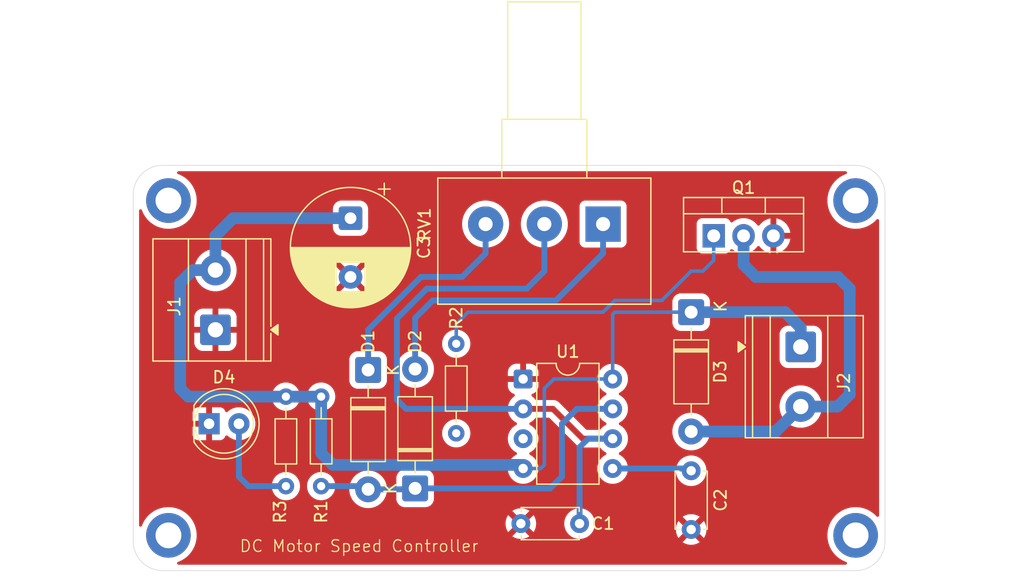
<source format=kicad_pcb>
(kicad_pcb (version 20241229) (generator "pcbnew") (generator_version "9.0")
  (layers (0 "F.Cu" signal) (2 "B.Cu" signal) (13 "F.Paste" user) (15 "B.Paste" user) (5 "F.SilkS" user "F.Silkscreen") (7 "B.SilkS" user "B.Silkscreen") (1 "F.Mask" user) (3 "B.Mask" user) (25 "Edge.Cuts" user))
  (net 0 "")
  (net 1 "Net-(U1-THRES)")
  (net 2 "GND")
  (net 3 "Net-(U1-CONT)")
  (net 4 "Net-(D3-K)")
  (net 5 "Net-(D1-A)")
  (net 6 "Net-(D1-K)")
  (net 7 "Net-(D2-A)")
  (net 8 "Net-(D3-A)")
  (net 9 "Net-(D4-A)")
  (net 10 "Net-(Q1-B)")
  (net 11 "Net-(U1-OUT)")
  (footprint "MountingHole:MountingHole_2.2mm_M2_DIN965_Pad" (layer "F.Cu") (at 169.5 114)
    (property "Reference" "REF**" (hide yes))
    (property "Value" "MountingHole_2.2mm_M2_DIN965_Pad")
    (pad "1" thru_hole circle (at 0 0) (size 3.8 3.8) (drill 2.2) (layers "*.Cu" "*.Mask"))
  )
  (footprint "Resistor_THT:R_Axial_DIN0204_L3.6mm_D1.6mm_P7.62mm_Horizontal" (layer "F.Cu") (at 124 102.19 -90)
    (property "Reference" "R1" (at 9.81 0 90) (layer "F.SilkS"))
    (property "Value" "1k")
    (fp_line (start 0.94 0) (end 1.89 0) (stroke (width 0.12)) (layer "F.SilkS"))
    (fp_line (start 6.68 0) (end 5.73 0) (stroke (width 0.12)) (layer "F.SilkS"))
    (fp_rect (start 1.89 -0.92) (end 5.73 0.92) (stroke (width 0.12)) (fill no) (layer "F.SilkS"))
    (pad "1" thru_hole circle (at 0 0 270) (size 1.4 1.4) (drill 0.7) (layers "*.Cu" "*.Mask") (net 4 "Net-(D3-K)"))
    (pad "2" thru_hole circle (at 7.62 0 270) (size 1.4 1.4) (drill 0.7) (layers "*.Cu" "*.Mask") (net 5 "Net-(D1-A)"))
  )
  (footprint "MountingHole:MountingHole_2.2mm_M2_DIN965_Pad" (layer "F.Cu") (at 111 85.5)
    (property "Reference" "REF**" (hide yes))
    (property "Value" "MountingHole_2.2mm_M2_DIN965_Pad")
    (pad "1" thru_hole circle (at 0 0) (size 3.8 3.8) (drill 2.2) (layers "*.Cu" "*.Mask"))
  )
  (footprint "Resistor_THT:R_Axial_DIN0204_L3.6mm_D1.6mm_P7.62mm_Horizontal" (layer "F.Cu") (at 121 102.19 -90)
    (property "Reference" "R3" (at 9.81 0.5 90) (layer "F.SilkS"))
    (property "Value" "2.2k")
    (fp_line (start 0.94 0) (end 1.89 0) (stroke (width 0.12)) (layer "F.SilkS"))
    (fp_line (start 6.68 0) (end 5.73 0) (stroke (width 0.12)) (layer "F.SilkS"))
    (fp_rect (start 1.89 -0.92) (end 5.73 0.92) (stroke (width 0.12)) (fill no) (layer "F.SilkS"))
    (pad "1" thru_hole circle (at 0 0 270) (size 1.4 1.4) (drill 0.7) (layers "*.Cu" "*.Mask") (net 4 "Net-(D3-K)"))
    (pad "2" thru_hole circle (at 7.62 0 270) (size 1.4 1.4) (drill 0.7) (layers "*.Cu" "*.Mask") (net 9 "Net-(D4-A)"))
  )
  (footprint "MountingHole:MountingHole_2.2mm_M2_DIN965_Pad" (layer "F.Cu") (at 111 114)
    (property "Reference" "REF**" (hide yes))
    (property "Value" "MountingHole_2.2mm_M2_DIN965_Pad")
    (pad "1" thru_hole circle (at 0 0) (size 3.8 3.8) (drill 2.2) (layers "*.Cu" "*.Mask"))
  )
  (footprint "Potentiometer_THT:Potentiometer_Alps_RK163_Single_Horizontal" (layer "F.Cu") (at 148 87.5 -90)
    (property "Reference" "RV1" (at 0 15.2 90) (layer "F.SilkS"))
    (property "Value" "100k")
    (fp_line (start -3.92 14.07) (end -3.92 -4.07) (stroke (width 0.12)) (layer "F.SilkS"))
    (fp_line (start 6.82 14.07) (end -3.92 14.07) (stroke (width 0.12)) (layer "F.SilkS"))
    (fp_line (start 6.82 14.07) (end 6.82 -4.07) (stroke (width 0.12)) (layer "F.SilkS"))
    (fp_line (start -8.92 8.62) (end -8.92 1.38) (stroke (width 0.12)) (layer "F.SilkS"))
    (fp_line (start -3.92 8.62) (end -8.92 8.62) (stroke (width 0.12)) (layer "F.SilkS"))
    (fp_line (start -18.92 8.12) (end -18.92 1.88) (stroke (width 0.12)) (layer "F.SilkS"))
    (fp_line (start -8.92 8.12) (end -18.92 8.12) (stroke (width 0.12)) (layer "F.SilkS"))
    (fp_line (start -8.92 1.88) (end -18.92 1.88) (stroke (width 0.12)) (layer "F.SilkS"))
    (fp_line (start -3.92 1.38) (end -8.92 1.38) (stroke (width 0.12)) (layer "F.SilkS"))
    (fp_line (start 6.82 -4.07) (end -3.92 -4.07) (stroke (width 0.12)) (layer "F.SilkS"))
    (pad "1" thru_hole rect (at 0 0 90) (size 3 3) (drill 1.2) (layers "*.Cu" "*.Mask") (net 7 "Net-(D2-A)"))
    (pad "2" thru_hole circle (at 0 5 90) (size 3 3) (drill 1.2) (layers "*.Cu" "*.Mask") (net 1 "Net-(U1-THRES)"))
    (pad "3" thru_hole circle (at 0 10 90) (size 3 3) (drill 1.2) (layers "*.Cu" "*.Mask") (net 6 "Net-(D1-K)"))
  )
  (footprint "Diode_THT:D_DO-41_SOD81_P10.16mm_Horizontal" (layer "F.Cu") (at 155.5 95 -90)
    (property "Reference" "D3" (at 5.08 -2.47 90) (layer "F.SilkS"))
    (property "Value" "1N4007")
    (fp_line (start 1.34 0) (end 2.36 0) (stroke (width 0.12)) (layer "F.SilkS"))
    (fp_line (start 8.82 0) (end 7.8 0) (stroke (width 0.12)) (layer "F.SilkS"))
    (fp_line (start 3.14 -1.47) (end 3.14 1.47) (stroke (width 0.12)) (layer "F.SilkS"))
    (fp_line (start 3.26 -1.47) (end 3.26 1.47) (stroke (width 0.12)) (layer "F.SilkS"))
    (fp_line (start 3.38 -1.47) (end 3.38 1.47) (stroke (width 0.12)) (layer "F.SilkS"))
    (fp_rect (start 2.36 -1.47) (end 7.8 1.47) (stroke (width 0.12)) (fill no) (layer "F.SilkS"))
    (fp_text user "K" (at -0.5 -2.5 90) (layer "F.SilkS"))
    (pad "1" thru_hole roundrect (at 0 0 270) (size 2.2 2.2) (drill 1.1) (layers "*.Cu" "*.Mask") (roundrect_rratio 0.113636) (net 4 "Net-(D3-K)"))
    (pad "2" thru_hole circle (at 10.16 0 270) (size 2.2 2.2) (drill 1.1) (layers "*.Cu" "*.Mask") (net 8 "Net-(D3-A)"))
  )
  (footprint "TerminalBlock_Phoenix:TerminalBlock_Phoenix_MKDS-1,5-2-5.08_1x02_P5.08mm_Horizontal" (layer "F.Cu") (at 164.8275 97.955 -90)
    (property "Reference" "J2" (at 3.045 -3.6725 90) (layer "F.SilkS"))
    (property "Value" "Screw_Terminal_01x02")
    (fp_line (start -2.66 4.72) (end -2.66 -5.32) (stroke (width 0.12)) (layer "F.SilkS"))
    (fp_line (start -0.3 4.72) (end -2.66 4.72) (stroke (width 0.12)) (layer "F.SilkS"))
    (fp_line (start 7.74 4.72) (end 0.3 4.72) (stroke (width 0.12)) (layer "F.SilkS"))
    (fp_line (start -2.66 4.1) (end 7.74 4.1) (stroke (width 0.12)) (layer "F.SilkS"))
    (fp_line (start -2.66 2.6) (end 7.74 2.6) (stroke (width 0.12)) (layer "F.SilkS"))
    (fp_line (start -2.66 -2.3) (end 7.74 -2.3) (stroke (width 0.12)) (layer "F.SilkS"))
    (fp_line (start -2.66 -5.32) (end 7.74 -5.32) (stroke (width 0.12)) (layer "F.SilkS"))
    (fp_line (start 7.74 -5.32) (end 7.74 4.72) (stroke (width 0.12)) (layer "F.SilkS"))
    (fp_poly (pts (xy 0 4.72) (xy 0.44 5.33) (xy -0.44 5.33)) (stroke (width 0.12)) (fill yes) (layer "F.SilkS"))
    (pad "1" thru_hole roundrect (at 0 0 270) (size 2.6 2.6) (drill 1.3) (layers "*.Cu" "*.Mask") (roundrect_rratio 0.096154) (net 4 "Net-(D3-K)"))
    (pad "2" thru_hole circle (at 5.08 0 270) (size 2.6 2.6) (drill 1.3) (layers "*.Cu" "*.Mask") (net 8 "Net-(D3-A)"))
  )
  (footprint "LED_THT:LED_D5.0mm" (layer "F.Cu") (at 114.46 104.5)
    (property "Reference" "D4" (at 1.27 -3.96 0) (layer "F.SilkS"))
    (property "Value" "LED")
    (fp_line (start -1.29 -1.545) (end -1.29 1.545) (stroke (width 0.12)) (layer "F.SilkS"))
    (fp_arc (start -1.29 -1.54483) (mid 2.071779 -2.880495) (end 4.26 0) (stroke (width 0.12)) (layer "F.SilkS"))
    (fp_arc (start 4.26 0) (mid 2.071779 2.880495) (end -1.29 1.54483) (stroke (width 0.12)) (layer "F.SilkS"))
    (fp_circle (center 1.27 0) (end 3.77 0) (stroke (width 0.12)) (fill no) (layer "F.SilkS"))
    (pad "1" thru_hole rect (at 0 0) (size 1.8 1.8) (drill 0.9) (layers "*.Cu" "*.Mask") (net 2 "GND"))
    (pad "2" thru_hole circle (at 2.54 0) (size 1.8 1.8) (drill 0.9) (layers "*.Cu" "*.Mask") (net 9 "Net-(D4-A)"))
  )
  (footprint "Resistor_THT:R_Axial_DIN0204_L3.6mm_D1.6mm_P7.62mm_Horizontal" (layer "F.Cu") (at 135.5 105.31 90)
    (property "Reference" "R2" (at 9.81 0 90) (layer "F.SilkS"))
    (property "Value" "1k")
    (fp_line (start 6.68 0) (end 5.73 0) (stroke (width 0.12)) (layer "F.SilkS"))
    (fp_line (start 0.94 0) (end 1.89 0) (stroke (width 0.12)) (layer "F.SilkS"))
    (fp_rect (start 1.89 -0.92) (end 5.73 0.92) (stroke (width 0.12)) (fill no) (layer "F.SilkS"))
    (pad "1" thru_hole circle (at 0 0 90) (size 1.4 1.4) (drill 0.7) (layers "*.Cu" "*.Mask") (net 11 "Net-(U1-OUT)"))
    (pad "2" thru_hole circle (at 7.62 0 90) (size 1.4 1.4) (drill 0.7) (layers "*.Cu" "*.Mask") (net 10 "Net-(Q1-B)"))
  )
  (footprint "Package_TO_SOT_THT:TO-220-3_Vertical" (layer "F.Cu") (at 157.42 88.5)
    (property "Reference" "Q1" (at 2.54 -4.1 0) (layer "F.SilkS"))
    (property "Value" "TIP122")
    (fp_line (start -2.57 -3.26) (end 7.65 -3.26) (stroke (width 0.12)) (layer "F.SilkS"))
    (fp_line (start -2.57 -1.88) (end 7.65 -1.88) (stroke (width 0.12)) (layer "F.SilkS"))
    (fp_line (start -2.57 1.36) (end -2.57 -3.26) (stroke (width 0.12)) (layer "F.SilkS"))
    (fp_line (start 0.69 -3.26) (end 0.69 -1.88) (stroke (width 0.12)) (layer "F.SilkS"))
    (fp_line (start 4.39 -3.26) (end 4.39 -1.88) (stroke (width 0.12)) (layer "F.SilkS"))
    (fp_line (start 7.65 -3.26) (end 7.65 1.36) (stroke (width 0.12)) (layer "F.SilkS"))
    (fp_line (start 7.65 1.36) (end -2.57 1.36) (stroke (width 0.12)) (layer "F.SilkS"))
    (pad "1" thru_hole rect (at 0 0) (size 1.905 2) (drill 1.1) (layers "*.Cu" "*.Mask") (net 10 "Net-(Q1-B)"))
    (pad "2" thru_hole oval (at 2.54 0) (size 1.905 2) (drill 1.1) (layers "*.Cu" "*.Mask") (net 8 "Net-(D3-A)"))
    (pad "3" thru_hole oval (at 5.08 0) (size 1.905 2) (drill 1.1) (layers "*.Cu" "*.Mask") (net 2 "GND"))
  )
  (footprint "TerminalBlock_Phoenix:TerminalBlock_Phoenix_MKDS-1,5-2-5.08_1x02_P5.08mm_Horizontal" (layer "F.Cu") (at 115 96.5 90)
    (property "Reference" "J1" (at 2 -3.5 90) (layer "F.SilkS"))
    (property "Value" "Screw_Terminal_01x02")
    (fp_line (start 7.74 -5.32) (end 7.74 4.72) (stroke (width 0.12)) (layer "F.SilkS"))
    (fp_line (start -2.66 -5.32) (end 7.74 -5.32) (stroke (width 0.12)) (layer "F.SilkS"))
    (fp_line (start -2.66 -2.3) (end 7.74 -2.3) (stroke (width 0.12)) (layer "F.SilkS"))
    (fp_line (start -2.66 2.6) (end 7.74 2.6) (stroke (width 0.12)) (layer "F.SilkS"))
    (fp_line (start -2.66 4.1) (end 7.74 4.1) (stroke (width 0.12)) (layer "F.SilkS"))
    (fp_line (start 7.74 4.72) (end 0.3 4.72) (stroke (width 0.12)) (layer "F.SilkS"))
    (fp_line (start -0.3 4.72) (end -2.66 4.72) (stroke (width 0.12)) (layer "F.SilkS"))
    (fp_line (start -2.66 4.72) (end -2.66 -5.32) (stroke (width 0.12)) (layer "F.SilkS"))
    (fp_poly (pts (xy 0 4.72) (xy 0.44 5.33) (xy -0.44 5.33)) (stroke (width 0.12)) (fill yes) (layer "F.SilkS"))
    (pad "1" thru_hole roundrect (at 0 0 90) (size 2.6 2.6) (drill 1.3) (layers "*.Cu" "*.Mask") (roundrect_rratio 0.096154) (net 2 "GND"))
    (pad "2" thru_hole circle (at 5.08 0 90) (size 2.6 2.6) (drill 1.3) (layers "*.Cu" "*.Mask") (net 4 "Net-(D3-K)"))
  )
  (footprint "Diode_THT:D_DO-41_SOD81_P10.16mm_Horizontal" (layer "F.Cu") (at 132 110 90)
    (property "Reference" "D2" (at 12.5 0 90) (layer "F.SilkS"))
    (property "Value" "1N4007")
    (fp_line (start 3.38 -1.47) (end 3.38 1.47) (stroke (width 0.12)) (layer "F.SilkS"))
    (fp_line (start 3.26 -1.47) (end 3.26 1.47) (stroke (width 0.12)) (layer "F.SilkS"))
    (fp_line (start 3.14 -1.47) (end 3.14 1.47) (stroke (width 0.12)) (layer "F.SilkS"))
    (fp_line (start 8.82 0) (end 7.8 0) (stroke (width 0.12)) (layer "F.SilkS"))
    (fp_line (start 1.34 0) (end 2.36 0) (stroke (width 0.12)) (layer "F.SilkS"))
    (fp_rect (start 2.36 -1.47) (end 7.8 1.47) (stroke (width 0.12)) (fill no) (layer "F.SilkS"))
    (fp_text user "K" (at 0 -2.1 90) (layer "F.SilkS"))
    (pad "1" thru_hole roundrect (at 0 0 90) (size 2.2 2.2) (drill 1.1) (layers "*.Cu" "*.Mask") (roundrect_rratio 0.113636) (net 5 "Net-(D1-A)"))
    (pad "2" thru_hole circle (at 10.16 0 90) (size 2.2 2.2) (drill 1.1) (layers "*.Cu" "*.Mask") (net 7 "Net-(D2-A)"))
  )
  (footprint "Diode_THT:D_DO-41_SOD81_P10.16mm_Horizontal" (layer "F.Cu") (at 128 99.92 -90)
    (property "Reference" "D1" (at -2.42 0 90) (layer "F.SilkS"))
    (property "Value" "1N4007")
    (fp_line (start 1.34 0) (end 2.36 0) (stroke (width 0.12)) (layer "F.SilkS"))
    (fp_line (start 8.82 0) (end 7.8 0) (stroke (width 0.12)) (layer "F.SilkS"))
    (fp_line (start 3.14 -1.47) (end 3.14 1.47) (stroke (width 0.12)) (layer "F.SilkS"))
    (fp_line (start 3.26 -1.47) (end 3.26 1.47) (stroke (width 0.12)) (layer "F.SilkS"))
    (fp_line (start 3.38 -1.47) (end 3.38 1.47) (stroke (width 0.12)) (layer "F.SilkS"))
    (fp_rect (start 2.36 -1.47) (end 7.8 1.47) (stroke (width 0.12)) (fill no) (layer "F.SilkS"))
    (fp_text user "K" (at 0 -2.1 90) (layer "F.SilkS"))
    (pad "1" thru_hole roundrect (at 0 0 270) (size 2.2 2.2) (drill 1.1) (layers "*.Cu" "*.Mask") (roundrect_rratio 0.113636) (net 6 "Net-(D1-K)"))
    (pad "2" thru_hole circle (at 10.16 0 270) (size 2.2 2.2) (drill 1.1) (layers "*.Cu" "*.Mask") (net 5 "Net-(D1-A)"))
  )
  (footprint "Capacitor_THT:C_Disc_D4.7mm_W2.5mm_P5.00mm" (layer "F.Cu") (at 146 113 180)
    (property "Reference" "C1" (at -2 0 0) (layer "F.SilkS"))
    (property "Value" "100nF")
    (fp_line (start 4.97 1.37) (end 0.03 1.37) (stroke (width 0.12)) (layer "F.SilkS"))
    (fp_line (start 4.97 1.04) (end 4.97 1.37) (stroke (width 0.12)) (layer "F.SilkS"))
    (fp_line (start 4.97 -1.37) (end 4.97 -1.04) (stroke (width 0.12)) (layer "F.SilkS"))
    (fp_line (start 0.03 1.37) (end 0.03 1.04) (stroke (width 0.12)) (layer "F.SilkS"))
    (fp_line (start 0.03 -1.04) (end 0.03 -1.37) (stroke (width 0.12)) (layer "F.SilkS"))
    (fp_line (start 0.03 -1.37) (end 4.97 -1.37) (stroke (width 0.12)) (layer "F.SilkS"))
    (pad "1" thru_hole circle (at 0 0 180) (size 1.6 1.6) (drill 0.8) (layers "*.Cu" "*.Mask") (net 1 "Net-(U1-THRES)"))
    (pad "2" thru_hole circle (at 5 0 180) (size 1.6 1.6) (drill 0.8) (layers "*.Cu" "*.Mask") (net 2 "GND"))
  )
  (footprint "Capacitor_THT:CP_Radial_D10.0mm_P5.00mm" (layer "F.Cu") (at 126.5 87 -90)
    (property "Reference" "C3" (at 2.5 -6.25 90) (layer "F.SilkS"))
    (property "Value" "1000uF")
    (fp_line (start 3.78 1.24) (end 3.78 4.917) (stroke (width 0.12)) (layer "F.SilkS"))
    (fp_line (start 3.82 1.24) (end 3.82 4.907) (stroke (width 0.12)) (layer "F.SilkS"))
    (fp_line (start 3.86 1.24) (end 3.86 4.896) (stroke (width 0.12)) (layer "F.SilkS"))
    (fp_line (start 3.9 1.24) (end 3.9 4.885) (stroke (width 0.12)) (layer "F.SilkS"))
    (fp_line (start 3.94 1.24) (end 3.94 4.873) (stroke (width 0.12)) (layer "F.SilkS"))
    (fp_line (start 3.98 1.24) (end 3.98 4.861) (stroke (width 0.12)) (layer "F.SilkS"))
    (fp_line (start 4.02 1.24) (end 4.02 4.849) (stroke (width 0.12)) (layer "F.SilkS"))
    (fp_line (start 4.06 1.24) (end 4.06 4.837) (stroke (width 0.12)) (layer "F.SilkS"))
    (fp_line (start 4.1 1.24) (end 4.1 4.824) (stroke (width 0.12)) (layer "F.SilkS"))
    (fp_line (start 4.14 1.24) (end 4.14 4.81) (stroke (width 0.12)) (layer "F.SilkS"))
    (fp_line (start 4.18 1.24) (end 4.18 4.797) (stroke (width 0.12)) (layer "F.SilkS"))
    (fp_line (start 4.22 1.24) (end 4.22 4.782) (stroke (width 0.12)) (layer "F.SilkS"))
    (fp_line (start 4.26 1.24) (end 4.26 4.768) (stroke (width 0.12)) (layer "F.SilkS"))
    (fp_line (start 4.3 1.24) (end 4.3 4.753) (stroke (width 0.12)) (layer "F.SilkS"))
    (fp_line (start 4.34 1.24) (end 4.34 4.738) (stroke (width 0.12)) (layer "F.SilkS"))
    (fp_line (start 4.38 1.24) (end 4.38 4.722) (stroke (width 0.12)) (layer "F.SilkS"))
    (fp_line (start 4.42 1.24) (end 4.42 4.706) (stroke (width 0.12)) (layer "F.SilkS"))
    (fp_line (start 4.46 1.24) (end 4.46 4.69) (stroke (width 0.12)) (layer "F.SilkS"))
    (fp_line (start 4.5 1.24) (end 4.5 4.673) (stroke (width 0.12)) (layer "F.SilkS"))
    (fp_line (start 4.54 1.24) (end 4.54 4.656) (stroke (width 0.12)) (layer "F.SilkS"))
    (fp_line (start 4.58 1.24) (end 4.58 4.638) (stroke (width 0.12)) (layer "F.SilkS"))
    (fp_line (start 4.62 1.24) (end 4.62 4.62) (stroke (width 0.12)) (layer "F.SilkS"))
    (fp_line (start 4.66 1.24) (end 4.66 4.602) (stroke (width 0.12)) (layer "F.SilkS"))
    (fp_line (start 4.7 1.24) (end 4.7 4.583) (stroke (width 0.12)) (layer "F.SilkS"))
    (fp_line (start 4.74 1.24) (end 4.74 4.564) (stroke (width 0.12)) (layer "F.SilkS"))
    (fp_line (start 4.78 1.24) (end 4.78 4.544) (stroke (width 0.12)) (layer "F.SilkS"))
    (fp_line (start 4.82 1.24) (end 4.82 4.524) (stroke (width 0.12)) (layer "F.SilkS"))
    (fp_line (start 4.86 1.24) (end 4.86 4.504) (stroke (width 0.12)) (layer "F.SilkS"))
    (fp_line (start 4.9 1.24) (end 4.9 4.483) (stroke (width 0.12)) (layer "F.SilkS"))
    (fp_line (start 4.94 1.24) (end 4.94 4.461) (stroke (width 0.12)) (layer "F.SilkS"))
    (fp_line (start 4.98 1.24) (end 4.98 4.439) (stroke (width 0.12)) (layer "F.SilkS"))
    (fp_line (start 5.02 1.24) (end 5.02 4.417) (stroke (width 0.12)) (layer "F.SilkS"))
    (fp_line (start 5.06 1.24) (end 5.06 4.394) (stroke (width 0.12)) (layer "F.SilkS"))
    (fp_line (start 5.1 1.24) (end 5.1 4.371) (stroke (width 0.12)) (layer "F.SilkS"))
    (fp_line (start 5.14 1.24) (end 5.14 4.347) (stroke (width 0.12)) (layer "F.SilkS"))
    (fp_line (start 5.18 1.24) (end 5.18 4.323) (stroke (width 0.12)) (layer "F.SilkS"))
    (fp_line (start 5.22 1.24) (end 5.22 4.298) (stroke (width 0.12)) (layer "F.SilkS"))
    (fp_line (start 5.26 1.24) (end 5.26 4.272) (stroke (width 0.12)) (layer "F.SilkS"))
    (fp_line (start 5.3 1.24) (end 5.3 4.247) (stroke (width 0.12)) (layer "F.SilkS"))
    (fp_line (start 5.34 1.24) (end 5.34 4.22) (stroke (width 0.12)) (layer "F.SilkS"))
    (fp_line (start 5.38 1.24) (end 5.38 4.193) (stroke (width 0.12)) (layer "F.SilkS"))
    (fp_line (start 5.42 1.24) (end 5.42 4.166) (stroke (width 0.12)) (layer "F.SilkS"))
    (fp_line (start 5.46 1.24) (end 5.46 4.138) (stroke (width 0.12)) (layer "F.SilkS"))
    (fp_line (start 5.5 1.24) (end 5.5 4.109) (stroke (width 0.12)) (layer "F.SilkS"))
    (fp_line (start 5.54 1.24) (end 5.54 4.08) (stroke (width 0.12)) (layer "F.SilkS"))
    (fp_line (start 5.58 1.24) (end 5.58 4.05) (stroke (width 0.12)) (layer "F.SilkS"))
    (fp_line (start 5.62 1.24) (end 5.62 4.02) (stroke (width 0.12)) (layer "F.SilkS"))
    (fp_line (start 5.66 1.24) (end 5.66 3.988) (stroke (width 0.12)) (layer "F.SilkS"))
    (fp_line (start 5.7 1.24) (end 5.7 3.957) (stroke (width 0.12)) (layer "F.SilkS"))
    (fp_line (start 5.74 1.24) (end 5.74 3.924) (stroke (width 0.12)) (layer "F.SilkS"))
    (fp_line (start 5.78 1.24) (end 5.78 3.891) (stroke (width 0.12)) (layer "F.SilkS"))
    (fp_line (start 5.82 1.24) (end 5.82 3.858) (stroke (width 0.12)) (layer "F.SilkS"))
    (fp_line (start 5.86 1.24) (end 5.86 3.823) (stroke (width 0.12)) (layer "F.SilkS"))
    (fp_line (start 5.9 1.24) (end 5.9 3.788) (stroke (width 0.12)) (layer "F.SilkS"))
    (fp_line (start 5.94 1.24) (end 5.94 3.752) (stroke (width 0.12)) (layer "F.SilkS"))
    (fp_line (start 5.98 1.24) (end 5.98 3.716) (stroke (width 0.12)) (layer "F.SilkS"))
    (fp_line (start 6.02 1.24) (end 6.02 3.678) (stroke (width 0.12)) (layer "F.SilkS"))
    (fp_line (start 6.06 1.24) (end 6.06 3.64) (stroke (width 0.12)) (layer "F.SilkS"))
    (fp_line (start 6.1 1.24) (end 6.1 3.601) (stroke (width 0.12)) (layer "F.SilkS"))
    (fp_line (start 6.14 1.24) (end 6.14 3.561) (stroke (width 0.12)) (layer "F.SilkS"))
    (fp_line (start 6.18 1.24) (end 6.18 3.52) (stroke (width 0.12)) (layer "F.SilkS"))
    (fp_line (start 6.22 1.24) (end 6.22 3.478) (stroke (width 0.12)) (layer "F.SilkS"))
    (fp_line (start 7.58 -0.599) (end 7.58 0.599) (stroke (width 0.12)) (layer "F.SilkS"))
    (fp_line (start 7.54 -0.862) (end 7.54 0.862) (stroke (width 0.12)) (layer "F.SilkS"))
    (fp_line (start 7.5 -1.062) (end 7.5 1.062) (stroke (width 0.12)) (layer "F.SilkS"))
    (fp_line (start 7.46 -1.23) (end 7.46 1.23) (stroke (width 0.12)) (layer "F.SilkS"))
    (fp_line (start 7.42 -1.377) (end 7.42 1.377) (stroke (width 0.12)) (layer "F.SilkS"))
    (fp_line (start 7.38 -1.509) (end 7.38 1.509) (stroke (width 0.12)) (layer "F.SilkS"))
    (fp_line (start 7.34 -1.63) (end 7.34 1.63) (stroke (width 0.12)) (layer "F.SilkS"))
    (fp_line (start 7.3 -1.742) (end 7.3 1.742) (stroke (width 0.12)) (layer "F.SilkS"))
    (fp_line (start 7.26 -1.846) (end 7.26 1.846) (stroke (width 0.12)) (layer "F.SilkS"))
    (fp_line (start 7.22 -1.944) (end 7.22 1.944) (stroke (width 0.12)) (layer "F.SilkS"))
    (fp_line (start 7.18 -2.037) (end 7.18 2.037) (stroke (width 0.12)) (layer "F.SilkS"))
    (fp_line (start 7.14 -2.124) (end 7.14 2.124) (stroke (width 0.12)) (layer "F.SilkS"))
    (fp_line (start 7.1 -2.208) (end 7.1 2.208) (stroke (width 0.12)) (layer "F.SilkS"))
    (fp_line (start 7.06 -2.288) (end 7.06 2.288) (stroke (width 0.12)) (layer "F.SilkS"))
    (fp_line (start 7.02 -2.365) (end 7.02 2.365) (stroke (width 0.12)) (layer "F.SilkS"))
    (fp_line (start 6.98 -2.439) (end 6.98 2.439) (stroke (width 0.12)) (layer "F.SilkS"))
    (fp_line (start 6.94 -2.51) (end 6.94 2.51) (stroke (width 0.12)) (layer "F.SilkS"))
    (fp_line (start 6.9 -2.578) (end 6.9 2.578) (stroke (width 0.12)) (layer "F.SilkS"))
    (fp_line (start 6.86 -2.644) (end 6.86 2.644) (stroke (width 0.12)) (layer "F.SilkS"))
    (fp_line (start 6.82 -2.708) (end 6.82 2.708) (stroke (width 0.12)) (layer "F.SilkS"))
    (fp_line (start 6.78 -2.77) (end 6.78 2.77) (stroke (width 0.12)) (layer "F.SilkS"))
    (fp_line (start 6.74 -2.83) (end 6.74 2.83) (stroke (width 0.12)) (layer "F.SilkS"))
    (fp_line (start -2.979646 -2.875) (end -1.979646 -2.875) (stroke (width 0.12)) (layer "F.SilkS"))
    (fp_line (start 6.7 -2.888) (end 6.7 2.888) (stroke (width 0.12)) (layer "F.SilkS"))
    (fp_line (start 6.66 -2.945) (end 6.66 2.945) (stroke (width 0.12)) (layer "F.SilkS"))
    (fp_line (start 6.62 -3) (end 6.62 3) (stroke (width 0.12)) (layer "F.SilkS"))
    (fp_line (start 6.58 -3.053) (end 6.58 3.053) (stroke (width 0.12)) (layer "F.SilkS"))
    (fp_line (start 6.54 -3.105) (end 6.54 3.105) (stroke (width 0.12)) (layer "F.SilkS"))
    (fp_line (start 6.5 -3.156) (end 6.5 3.156) (stroke (width 0.12)) (layer "F.SilkS"))
    (fp_line (start 6.46 -3.205) (end 6.46 3.205) (stroke (width 0.12)) (layer "F.SilkS"))
    (fp_line (start 6.42 -3.254) (end 6.42 3.254) (stroke (width 0.12)) (layer "F.SilkS"))
    (fp_line (start 6.38 -3.301) (end 6.38 3.301) (stroke (width 0.12)) (layer "F.SilkS"))
    (fp_line (start 6.34 -3.347) (end 6.34 3.347) (stroke (width 0.12)) (layer "F.SilkS"))
    (fp_line (start -2.479646 -3.375) (end -2.479646 -2.375) (stroke (width 0.12)) (layer "F.SilkS"))
    (fp_line (start 6.3 -3.391) (end 6.3 3.391) (stroke (width 0.12)) (layer "F.SilkS"))
    (fp_line (start 6.26 -3.435) (end 6.26 3.435) (stroke (width 0.12)) (layer "F.SilkS"))
    (fp_line (start 6.22 -3.478) (end 6.22 -1.24) (stroke (width 0.12)) (layer "F.SilkS"))
    (fp_line (start 6.18 -3.52) (end 6.18 -1.24) (stroke (width 0.12)) (layer "F.SilkS"))
    (fp_line (start 6.14 -3.561) (end 6.14 -1.24) (stroke (width 0.12)) (layer "F.SilkS"))
    (fp_line (start 6.1 -3.601) (end 6.1 -1.24) (stroke (width 0.12)) (layer "F.SilkS"))
    (fp_line (start 6.06 -3.64) (end 6.06 -1.24) (stroke (width 0.12)) (layer "F.SilkS"))
    (fp_line (start 6.02 -3.678) (end 6.02 -1.24) (stroke (width 0.12)) (layer "F.SilkS"))
    (fp_line (start 5.98 -3.716) (end 5.98 -1.24) (stroke (width 0.12)) (layer "F.SilkS"))
    (fp_line (start 5.94 -3.752) (end 5.94 -1.24) (stroke (width 0.12)) (layer "F.SilkS"))
    (fp_line (start 5.9 -3.788) (end 5.9 -1.24) (stroke (width 0.12)) (layer "F.SilkS"))
    (fp_line (start 5.86 -3.823) (end 5.86 -1.24) (stroke (width 0.12)) (layer "F.SilkS"))
    (fp_line (start 5.82 -3.858) (end 5.82 -1.24) (stroke (width 0.12)) (layer "F.SilkS"))
    (fp_line (start 5.78 -3.891) (end 5.78 -1.24) (stroke (width 0.12)) (layer "F.SilkS"))
    (fp_line (start 5.74 -3.924) (end 5.74 -1.24) (stroke (width 0.12)) (layer "F.SilkS"))
    (fp_line (start 5.7 -3.957) (end 5.7 -1.24) (stroke (width 0.12)) (layer "F.SilkS"))
    (fp_line (start 5.66 -3.988) (end 5.66 -1.24) (stroke (width 0.12)) (layer "F.SilkS"))
    (fp_line (start 5.62 -4.02) (end 5.62 -1.24) (stroke (width 0.12)) (layer "F.SilkS"))
    (fp_line (start 5.58 -4.05) (end 5.58 -1.24) (stroke (width 0.12)) (layer "F.SilkS"))
    (fp_line (start 5.54 -4.08) (end 5.54 -1.24) (stroke (width 0.12)) (layer "F.SilkS"))
    (fp_line (start 5.5 -4.109) (end 5.5 -1.24) (stroke (width 0.12)) (layer "F.SilkS"))
    (fp_line (start 5.46 -4.138) (end 5.46 -1.24) (stroke (width 0.12)) (layer "F.SilkS"))
    (fp_line (start 5.42 -4.166) (end 5.42 -1.24) (stroke (width 0.12)) (layer "F.SilkS"))
    (fp_line (start 5.38 -4.193) (end 5.38 -1.24) (stroke (width 0.12)) (layer "F.SilkS"))
    (fp_line (start 5.34 -4.22) (end 5.34 -1.24) (stroke (width 0.12)) (layer "F.SilkS"))
    (fp_line (start 5.3 -4.247) (end 5.3 -1.24) (stroke (width 0.12)) (layer "F.SilkS"))
    (fp_line (start 5.26 -4.272) (end 5.26 -1.24) (stroke (width 0.12)) (layer "F.SilkS"))
    (fp_line (start 5.22 -4.298) (end 5.22 -1.24) (stroke (width 0.12)) (layer "F.SilkS"))
    (fp_line (start 5.18 -4.323) (end 5.18 -1.24) (stroke (width 0.12)) (layer "F.SilkS"))
    (fp_line (start 5.14 -4.347) (end 5.14 -1.24) (stroke (width 0.12)) (layer "F.SilkS"))
    (fp_line (start 5.1 -4.371) (end 5.1 -1.24) (stroke (width 0.12)) (layer "F.SilkS"))
    (fp_line (start 5.06 -4.394) (end 5.06 -1.24) (stroke (width 0.12)) (layer "F.SilkS"))
    (fp_line (start 5.02 -4.417) (end 5.02 -1.24) (stroke (width 0.12)) (layer "F.SilkS"))
    (fp_line (start 4.98 -4.439) (end 4.98 -1.24) (stroke (width 0.12)) (layer "F.SilkS"))
    (fp_line (start 4.94 -4.461) (end 4.94 -1.24) (stroke (width 0.12)) (layer "F.SilkS"))
    (fp_line (start 4.9 -4.483) (end 4.9 -1.24) (stroke (width 0.12)) (layer "F.SilkS"))
    (fp_line (start 4.86 -4.504) (end 4.86 -1.24) (stroke (width 0.12)) (layer "F.SilkS"))
    (fp_line (start 4.82 -4.524) (end 4.82 -1.24) (stroke (width 0.12)) (layer "F.SilkS"))
    (fp_line (start 4.78 -4.544) (end 4.78 -1.24) (stroke (width 0.12)) (layer "F.SilkS"))
    (fp_line (start 4.74 -4.564) (end 4.74 -1.24) (stroke (width 0.12)) (layer "F.SilkS"))
    (fp_line (start 4.7 -4.583) (end 4.7 -1.24) (stroke (width 0.12)) (layer "F.SilkS"))
    (fp_line (start 4.66 -4.602) (end 4.66 -1.24) (stroke (width 0.12)) (layer "F.SilkS"))
    (fp_line (start 4.62 -4.62) (end 4.62 -1.24) (stroke (width 0.12)) (layer "F.SilkS"))
    (fp_line (start 4.58 -4.638) (end 4.58 -1.24) (stroke (width 0.12)) (layer "F.SilkS"))
    (fp_line (start 4.54 -4.656) (end 4.54 -1.24) (stroke (width 0.12)) (layer "F.SilkS"))
    (fp_line (start 4.5 -4.673) (end 4.5 -1.24) (stroke (width 0.12)) (layer "F.SilkS"))
    (fp_line (start 4.46 -4.69) (end 4.46 -1.24) (stroke (width 0.12)) (layer "F.SilkS"))
    (fp_line (start 4.42 -4.706) (end 4.42 -1.24) (stroke (width 0.12)) (layer "F.SilkS"))
    (fp_line (start 4.38 -4.722) (end 4.38 -1.24) (stroke (width 0.12)) (layer "F.SilkS"))
    (fp_line (start 4.34 -4.738) (end 4.34 -1.24) (stroke (width 0.12)) (layer "F.SilkS"))
    (fp_line (start 4.3 -4.753) (end 4.3 -1.24) (stroke (width 0.12)) (layer "F.SilkS"))
    (fp_line (start 4.26 -4.768) (end 4.26 -1.24) (stroke (width 0.12)) (layer "F.SilkS"))
    (fp_line (start 4.22 -4.782) (end 4.22 -1.24) (stroke (width 0.12)) (layer "F.SilkS"))
    (fp_line (start 4.18 -4.797) (end 4.18 -1.24) (stroke (width 0.12)) (layer "F.SilkS"))
    (fp_line (start 4.14 -4.81) (end 4.14 -1.24) (stroke (width 0.12)) (layer "F.SilkS"))
    (fp_line (start 4.1 -4.824) (end 4.1 -1.24) (stroke (width 0.12)) (layer "F.SilkS"))
    (fp_line (start 4.06 -4.837) (end 4.06 -1.24) (stroke (width 0.12)) (layer "F.SilkS"))
    (fp_line (start 4.02 -4.849) (end 4.02 -1.24) (stroke (width 0.12)) (layer "F.SilkS"))
    (fp_line (start 3.98 -4.861) (end 3.98 -1.24) (stroke (width 0.12)) (layer "F.SilkS"))
    (fp_line (start 3.94 -4.873) (end 3.94 -1.24) (stroke (width 0.12)) (layer "F.SilkS"))
    (fp_line (start 3.9 -4.885) (end 3.9 -1.24) (stroke (width 0.12)) (layer "F.SilkS"))
    (fp_line (start 3.86 -4.896) (end 3.86 -1.24) (stroke (width 0.12)) (layer "F.SilkS"))
    (fp_line (start 3.82 -4.907) (end 3.82 -1.24) (stroke (width 0.12)) (layer "F.SilkS"))
    (fp_line (start 3.78 -4.917) (end 3.78 -1.24) (stroke (width 0.12)) (layer "F.SilkS"))
    (fp_line (start 3.74 -4.928) (end 3.74 4.928) (stroke (width 0.12)) (layer "F.SilkS"))
    (fp_line (start 3.7 -4.937) (end 3.7 4.937) (stroke (width 0.12)) (layer "F.SilkS"))
    (fp_line (start 3.66 -4.947) (end 3.66 4.947) (stroke (width 0.12)) (layer "F.SilkS"))
    (fp_line (start 3.62 -4.956) (end 3.62 4.956) (stroke (width 0.12)) (layer "F.SilkS"))
    (fp_line (start 3.58 -4.965) (end 3.58 4.965) (stroke (width 0.12)) (layer "F.SilkS"))
    (fp_line (start 3.54 -4.973) (end 3.54 4.973) (stroke (width 0.12)) (layer "F.SilkS"))
    (fp_line (start 3.5 -4.981) (end 3.5 4.981) (stroke (width 0.12)) (layer "F.SilkS"))
    (fp_line (start 3.46 -4.989) (end 3.46 4.989) (stroke (width 0.12)) (layer "F.SilkS"))
    (fp_line (start 3.42 -4.997) (end 3.42 4.997) (stroke (width 0.12)) (layer "F.SilkS"))
    (fp_line (start 3.38 -5.004) (end 3.38 5.004) (stroke (width 0.12)) (layer "F.SilkS"))
    (fp_line (start 3.34 -5.011) (end 3.34 5.011) (stroke (width 0.12)) (layer "F.SilkS"))
    (fp_line (start 3.3 -5.017) (end 3.3 5.017) (stroke (width 0.12)) (layer "F.SilkS"))
    (fp_line (start 3.26 -5.023) (end 3.26 5.023) (stroke (width 0.12)) (layer "F.SilkS"))
    (fp_line (start 3.22 -5.029) (end 3.22 5.029) (stroke (width 0.12)) (layer "F.SilkS"))
    (fp_line (start 3.18 -5.035) (end 3.18 5.035) (stroke (width 0.12)) (layer "F.SilkS"))
    (fp_line (start 3.14 -5.04) (end 3.14 5.04) (stroke (width 0.12)) (layer "F.SilkS"))
    (fp_line (start 3.1 -5.045) (end 3.1 5.045) (stroke (width 0.12)) (layer "F.SilkS"))
    (fp_line (start 3.06 -5.049) (end 3.06 5.049) (stroke (width 0.12)) (layer "F.SilkS"))
    (fp_line (start 3.02 -5.054) (end 3.02 5.054) (stroke (width 0.12)) (layer "F.SilkS"))
    (fp_line (start 2.98 -5.057) (end 2.98 5.057) (stroke (width 0.12)) (layer "F.SilkS"))
    (fp_line (start 2.94 -5.061) (end 2.94 5.061) (stroke (width 0.12)) (layer "F.SilkS"))
    (fp_line (start 2.9 -5.064) (end 2.9 5.064) (stroke (width 0.12)) (layer "F.SilkS"))
    (fp_line (start 2.86 -5.067) (end 2.86 5.067) (stroke (width 0.12)) (layer "F.SilkS"))
    (fp_line (start 2.82 -5.07) (end 2.82 5.07) (stroke (width 0.12)) (layer "F.SilkS"))
    (fp_line (start 2.78 -5.072) (end 2.78 5.072) (stroke (width 0.12)) (layer "F.SilkS"))
    (fp_line (start 2.74 -5.074) (end 2.74 5.074) (stroke (width 0.12)) (layer "F.SilkS"))
    (fp_line (start 2.7 -5.076) (end 2.7 5.076) (stroke (width 0.12)) (layer "F.SilkS"))
    (fp_line (start 2.66 -5.077) (end 2.66 5.077) (stroke (width 0.12)) (layer "F.SilkS"))
    (fp_line (start 2.58 -5.079) (end 2.58 5.079) (stroke (width 0.12)) (layer "F.SilkS"))
    (fp_line (start 2.62 -5.079) (end 2.62 5.079) (stroke (width 0.12)) (layer "F.SilkS"))
    (fp_line (start 2.5 -5.08) (end 2.5 5.08) (stroke (width 0.12)) (layer "F.SilkS"))
    (fp_line (start 2.54 -5.08) (end 2.54 5.08) (stroke (width 0.12)) (layer "F.SilkS"))
    (fp_circle (center 2.5 0) (end 7.62 0) (stroke (width 0.12)) (fill no) (layer "F.SilkS"))
    (pad "1" thru_hole roundrect (at 0 0 270) (size 2 2) (drill 1) (layers "*.Cu" "*.Mask") (roundrect_rratio 0.125) (net 4 "Net-(D3-K)"))
    (pad "2" thru_hole circle (at 5 0 270) (size 2 2) (drill 1) (layers "*.Cu" "*.Mask") (net 2 "GND"))
  )
  (footprint "MountingHole:MountingHole_2.2mm_M2_DIN965_Pad" (layer "F.Cu") (at 169.5 85.5)
    (property "Reference" "REF**" (hide yes))
    (property "Value" "MountingHole_2.2mm_M2_DIN965_Pad")
    (pad "1" thru_hole circle (at 0 0) (size 3.8 3.8) (drill 2.2) (layers "*.Cu" "*.Mask"))
  )
  (footprint "Capacitor_THT:C_Disc_D4.7mm_W2.5mm_P5.00mm" (layer "F.Cu") (at 155.5 108.5 -90)
    (property "Reference" "C2" (at 2.5 -2.5 90) (layer "F.SilkS"))
    (property "Value" "100nF")
    (fp_line (start 0.03 1.37) (end 0.03 1.04) (stroke (width 0.12)) (layer "F.SilkS"))
    (fp_line (start 4.97 1.37) (end 0.03 1.37) (stroke (width 0.12)) (layer "F.SilkS"))
    (fp_line (start 4.97 1.04) (end 4.97 1.37) (stroke (width 0.12)) (layer "F.SilkS"))
    (fp_line (start 0.03 -1.04) (end 0.03 -1.37) (stroke (width 0.12)) (layer "F.SilkS"))
    (fp_line (start 0.03 -1.37) (end 4.97 -1.37) (stroke (width 0.12)) (layer "F.SilkS"))
    (fp_line (start 4.97 -1.37) (end 4.97 -1.04) (stroke (width 0.12)) (layer "F.SilkS"))
    (pad "1" thru_hole circle (at 0 0 270) (size 1.6 1.6) (drill 0.8) (layers "*.Cu" "*.Mask") (net 3 "Net-(U1-CONT)"))
    (pad "2" thru_hole circle (at 5 0 270) (size 1.6 1.6) (drill 0.8) (layers "*.Cu" "*.Mask") (net 2 "GND"))
  )
  (footprint "Package_DIP:DIP-8_W7.62mm" (layer "F.Cu") (at 141.195 100.69)
    (property "Reference" "U1" (at 3.81 -2.33 0) (layer "F.SilkS"))
    (property "Value" "NE555P")
    (fp_line (start 1.16 -1.33) (end 1.16 8.95) (stroke (width 0.12)) (layer "F.SilkS"))
    (fp_line (start 1.16 8.95) (end 6.46 8.95) (stroke (width 0.12)) (layer "F.SilkS"))
    (fp_line (start 2.81 -1.33) (end 1.16 -1.33) (stroke (width 0.12)) (layer "F.SilkS"))
    (fp_line (start 6.46 -1.33) (end 4.81 -1.33) (stroke (width 0.12)) (layer "F.SilkS"))
    (fp_line (start 6.46 8.95) (end 6.46 -1.33) (stroke (width 0.12)) (layer "F.SilkS"))
    (fp_arc (start 4.81 -1.33) (mid 3.81 -0.33) (end 2.81 -1.33) (stroke (width 0.12)) (layer "F.SilkS"))
    (pad "1" thru_hole roundrect (at 0 0) (size 1.6 1.6) (drill 0.8) (layers "*.Cu" "*.Mask") (roundrect_rratio 0.15625) (net 2 "GND"))
    (pad "2" thru_hole circle (at 0 2.54) (size 1.6 1.6) (drill 0.8) (layers "*.Cu" "*.Mask") (net 1 "Net-(U1-THRES)"))
    (pad "3" thru_hole circle (at 0 5.08) (size 1.6 1.6) (drill 0.8) (layers "*.Cu" "*.Mask") (net 11 "Net-(U1-OUT)"))
    (pad "4" thru_hole circle (at 0 7.62) (size 1.6 1.6) (drill 0.8) (layers "*.Cu" "*.Mask") (net 4 "Net-(D3-K)"))
    (pad "5" thru_hole circle (at 7.62 7.62) (size 1.6 1.6) (drill 0.8) (layers "*.Cu" "*.Mask") (net 3 "Net-(U1-CONT)"))
    (pad "6" thru_hole circle (at 7.62 5.08) (size 1.6 1.6) (drill 0.8) (layers "*.Cu" "*.Mask") (net 1 "Net-(U1-THRES)"))
    (pad "7" thru_hole circle (at 7.62 2.54) (size 1.6 1.6) (drill 0.8) (layers "*.Cu" "*.Mask") (net 5 "Net-(D1-A)"))
    (pad "8" thru_hole circle (at 7.62 0) (size 1.6 1.6) (drill 0.8) (layers "*.Cu" "*.Mask") (net 4 "Net-(D3-K)"))
  )
  (gr_arc (start 169.5 82.5) (mid 171.267767 83.232233) (end 172 85) (stroke (width 0.05)) (layer "Edge.Cuts"))
  (gr_line (start 172 114.5) (end 172 85) (stroke (width 0.05)) (layer "Edge.Cuts"))
  (gr_arc (start 110.5 117) (mid 108.732233 116.267767) (end 108 114.5) (stroke (width 0.05)) (layer "Edge.Cuts"))
  (gr_line (start 110.5 82.5) (end 169.5 82.5) (stroke (width 0.05)) (layer "Edge.Cuts"))
  (gr_arc (start 108 85) (mid 108.732233 83.232233) (end 110.5 82.5) (stroke (width 0.05)) (layer "Edge.Cuts"))
  (gr_line (start 110.5 117) (end 169.5 117) (stroke (width 0.05)) (layer "Edge.Cuts"))
  (gr_line (start 108 85) (end 108 114.5) (stroke (width 0.05)) (layer "Edge.Cuts"))
  (gr_arc (start 172 114.5) (mid 171.267767 116.267767) (end 169.5 117) (stroke (width 0.05)) (layer "Edge.Cuts"))
  (gr_text "DC Motor Speed Controller" (at 117 115.5 0) (layer "F.SilkS") (effects (font (size 1 1) (thickness 0.1)) (justify left bottom)))
  (segment (start 143.73 103.23) (end 146.27 105.77) (width 0.5) (layer "F.Cu") (net 1))
  (segment (start 141.195 103.23) (end 143.73 103.23) (width 0.5) (layer "F.Cu") (net 1))
  (segment (start 146.27 105.77) (end 148.815 105.77) (width 0.5) (layer "F.Cu") (net 1))
  (segment (start 133 93) (end 130.449 95.551) (width 0.5) (layer "B.Cu") (net 1))
  (segment (start 141.5 93) (end 133 93) (width 0.5) (layer "B.Cu") (net 1))
  (segment (start 143 91.5) (end 141.5 93) (width 0.5) (layer "B.Cu") (net 1))
  (segment (start 146.73 105.77) (end 148.815 105.77) (width 0.5) (layer "B.Cu") (net 1))
  (segment (start 143 87.5) (end 143 91.5) (width 0.5) (layer "B.Cu") (net 1))
  (segment (start 146 106.5) (end 146.73 105.77) (width 0.5) (layer "B.Cu") (net 1))
  (segment (start 130.449 95.551) (end 130.449 102.449) (width 0.5) (layer "B.Cu") (net 1))
  (segment (start 130.449 102.449) (end 131.23 103.23) (width 0.5) (layer "B.Cu") (net 1))
  (segment (start 146 113) (end 146 106.5) (width 0.5) (layer "B.Cu") (net 1))
  (segment (start 131.23 103.23) (end 141.195 103.23) (width 0.5) (layer "B.Cu") (net 1))
  (segment (start 155.31 108.31) (end 155.5 108.5) (width 0.5) (layer "B.Cu") (net 3))
  (segment (start 148.815 108.31) (end 155.31 108.31) (width 0.5) (layer "B.Cu") (net 3))
  (segment (start 149 95) (end 155.5 95) (width 0.3) (layer "B.Cu") (net 4))
  (segment (start 124 102.19) (end 124 107) (width 1) (layer "B.Cu") (net 4))
  (segment (start 164.8275 96.3275) (end 163.5 95) (width 1) (layer "B.Cu") (net 4))
  (segment (start 112 101.5) (end 112.69 102.19) (width 1) (layer "B.Cu") (net 4))
  (segment (start 112 92.5) (end 112 101.5) (width 1) (layer "B.Cu") (net 4))
  (segment (start 124 107) (end 125 108) (width 1) (layer "B.Cu") (net 4))
  (segment (start 140.885 108) (end 141.195 108.31) (width 1) (layer "B.Cu") (net 4))
  (segment (start 115 88.5) (end 115 91.42) (width 1) (layer "B.Cu") (net 4))
  (segment (start 143.81 100.69) (end 148.815 100.69) (width 0.3) (layer "B.Cu") (net 4))
  (segment (start 143 101.5) (end 143.81 100.69) (width 0.3) (layer "B.Cu") (net 4))
  (segment (start 148.815 100.69) (end 148.815 95.185) (width 0.3) (layer "B.Cu") (net 4))
  (segment (start 164.8275 97.955) (end 164.8275 96.3275) (width 1) (layer "B.Cu") (net 4))
  (segment (start 112.69 102.19) (end 121 102.19) (width 1) (layer "B.Cu") (net 4))
  (segment (start 116.5 87) (end 115 88.5) (width 1) (layer "B.Cu") (net 4))
  (segment (start 124 102.19) (end 121 102.19) (width 1) (layer "B.Cu") (net 4))
  (segment (start 141.195 108.31) (end 142.69 108.31) (width 0.3) (layer "B.Cu") (net 4))
  (segment (start 148.815 95.185) (end 149 95) (width 0.3) (layer "B.Cu") (net 4))
  (segment (start 142.69 108.31) (end 143 108) (width 0.3) (layer "B.Cu") (net 4))
  (segment (start 113.08 91.42) (end 112 92.5) (width 1) (layer "B.Cu") (net 4))
  (segment (start 126.5 87) (end 116.5 87) (width 1) (layer "B.Cu") (net 4))
  (segment (start 125 108) (end 140.885 108) (width 1) (layer "B.Cu") (net 4))
  (segment (start 163.5 95) (end 155.5 95) (width 1) (layer "B.Cu") (net 4))
  (segment (start 115 91.42) (end 113.08 91.42) (width 1) (layer "B.Cu") (net 4))
  (segment (start 143 108) (end 143 101.5) (width 0.3) (layer "B.Cu") (net 4))
  (segment (start 145.77 103.23) (end 148.815 103.23) (width 0.5) (layer "B.Cu") (net 5))
  (segment (start 144.5 109) (end 144.5 104.5) (width 0.5) (layer "B.Cu") (net 5))
  (segment (start 131.92 110.08) (end 132 110) (width 0.5) (layer "B.Cu") (net 5))
  (segment (start 127.73 109.81) (end 128 110.08) (width 0.5) (layer "B.Cu") (net 5))
  (segment (start 144.5 104.5) (end 145.77 103.23) (width 0.5) (layer "B.Cu") (net 5))
  (segment (start 143.5 110) (end 144.5 109) (width 0.5) (layer "B.Cu") (net 5))
  (segment (start 128 110.08) (end 131.92 110.08) (width 0.5) (layer "B.Cu") (net 5))
  (segment (start 132 110) (end 143.5 110) (width 0.5) (layer "B.Cu") (net 5))
  (segment (start 124 109.81) (end 127.73 109.81) (width 0.5) (layer "B.Cu") (net 5))
  (segment (start 132.5 92) (end 128 96.5) (width 0.5) (layer "B.Cu") (net 6))
  (segment (start 136 92) (end 132.5 92) (width 0.5) (layer "B.Cu") (net 6))
  (segment (start 128 96.5) (end 128 99.92) (width 0.5) (layer "B.Cu") (net 6))
  (segment (start 138 87.5) (end 138 90) (width 0.5) (layer "B.Cu") (net 6))
  (segment (start 138 90) (end 136 92) (width 0.5) (layer "B.Cu") (net 6))
  (segment (start 132 95.5) (end 132 99.84) (width 0.5) (layer "B.Cu") (net 7))
  (segment (start 148 90) (end 144 94) (width 0.5) (layer "B.Cu") (net 7))
  (segment (start 144 94) (end 133.5 94) (width 0.5) (layer "B.Cu") (net 7))
  (segment (start 148 87.5) (end 148 90) (width 0.5) (layer "B.Cu") (net 7))
  (segment (start 133.5 94) (end 132 95.5) (width 0.5) (layer "B.Cu") (net 7))
  (segment (start 161 92) (end 168 92) (width 1) (layer "B.Cu") (net 8))
  (segment (start 162.7025 105.16) (end 164.8275 103.035) (width 1) (layer "B.Cu") (net 8))
  (segment (start 168 92) (end 169 93) (width 1) (layer "B.Cu") (net 8))
  (segment (start 169 102) (end 167.965 103.035) (width 1) (layer "B.Cu") (net 8))
  (segment (start 169 93) (end 169 102) (width 1) (layer "B.Cu") (net 8))
  (segment (start 159.96 88.5) (end 159.96 90.96) (width 1) (layer "B.Cu") (net 8))
  (segment (start 155.5 105.16) (end 162.7025 105.16) (width 1) (layer "B.Cu") (net 8))
  (segment (start 159.96 90.96) (end 161 92) (width 1) (layer "B.Cu") (net 8))
  (segment (start 167.965 103.035) (end 164.8275 103.035) (width 1) (layer "B.Cu") (net 8))
  (segment (start 117.81 109.81) (end 121 109.81) (width 0.5) (layer "B.Cu") (net 9))
  (segment (start 117 104.5) (end 117 109) (width 0.5) (layer "B.Cu") (net 9))
  (segment (start 117 109) (end 117.81 109.81) (width 0.5) (layer "B.Cu") (net 9))
  (segment (start 157.42 90.58) (end 157.42 88.5) (width 0.3) (layer "B.Cu") (net 10))
  (segment (start 135.5 96) (end 136.5 95) (width 0.3) (layer "B.Cu") (net 10))
  (segment (start 148 95) (end 149 94) (width 0.3) (layer "B.Cu") (net 10))
  (segment (start 149 94) (end 153 94) (width 0.3) (layer "B.Cu") (net 10))
  (segment (start 156.5 91.5) (end 157.42 90.58) (width 0.3) (layer "B.Cu") (net 10))
  (segment (start 155.5 91.5) (end 156.5 91.5) (width 0.3) (layer "B.Cu") (net 10))
  (segment (start 153 94) (end 155.5 91.5) (width 0.3) (layer "B.Cu") (net 10))
  (segment (start 136.5 95) (end 148 95) (width 0.3) (layer "B.Cu") (net 10))
  (segment (start 135.5 97.69) (end 135.5 96) (width 0.3) (layer "B.Cu") (net 10))
  (zone (net 2) (net_name "GND") (layer "F.Cu") (connect_pads (clearance 0.5)) (min_thickness 0.25) (fill yes (thermal_gap 0.5) (thermal_bridge_width 0.5))
    (polygon (pts (xy 106 81) (xy 173.5 80.5) (xy 174 118.5) (xy 106 118)))
  )
)
</source>
